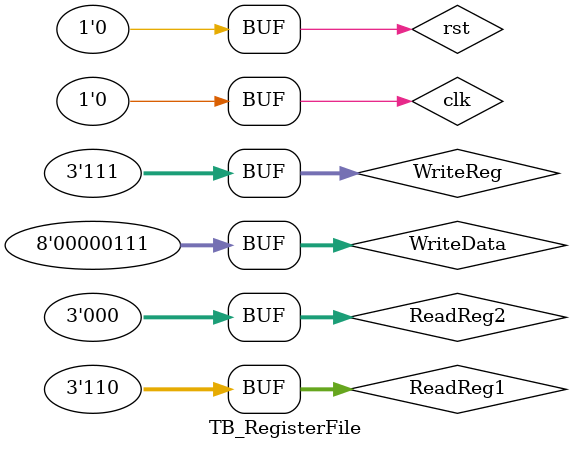
<source format=sv>
module TB_RegisterFile();
	logic clk = 1'b0, rst = 1'b0;
	logic[2:0] ReadReg1 = 3'b000, ReadReg2 = 3'b000, WriteReg = 3'b000;
	logic[7:0] WriteData, ReadData1, ReadData2;

	RegisterFile RF(clk, rst, ReadReg1, ReadReg2 , WriteReg,
		WriteData, ReadData1, ReadData2);


	initial repeat(100) #50 clk = ~clk;

	initial begin 
		#75
		rst = 1'b1;
		#100
		rst = 1'b0;
		WriteReg = 0;
		WriteData = 10;

		#100
		ReadReg1 = 0;
		ReadReg2 = 1;
		WriteReg = 1;
		WriteData = 1;

		#100
		ReadReg1 = 1;
		ReadReg2 = 2;
		WriteReg = 2;
		WriteData = 2;

		#100
		ReadReg1 = 2;
		ReadReg2 = 3;
		WriteReg = 3;
		WriteData = 3;

		#100
		ReadReg1 = 3;
		ReadReg2 = 4;
		WriteReg = 4;
		WriteData = 4;

		#100
		ReadReg1 = 4;
		ReadReg2 = 5;
		WriteReg = 5;
		WriteData = 5;

		#100
		ReadReg1 = 5;
		ReadReg2 = 6;
		WriteReg = 6;
		WriteData = 6;

		#100
		ReadReg1 = 6;
		ReadReg2 = 0;
		WriteReg = 7;
		WriteData = 7;


	end


endmodule // TB_DataMemory
</source>
